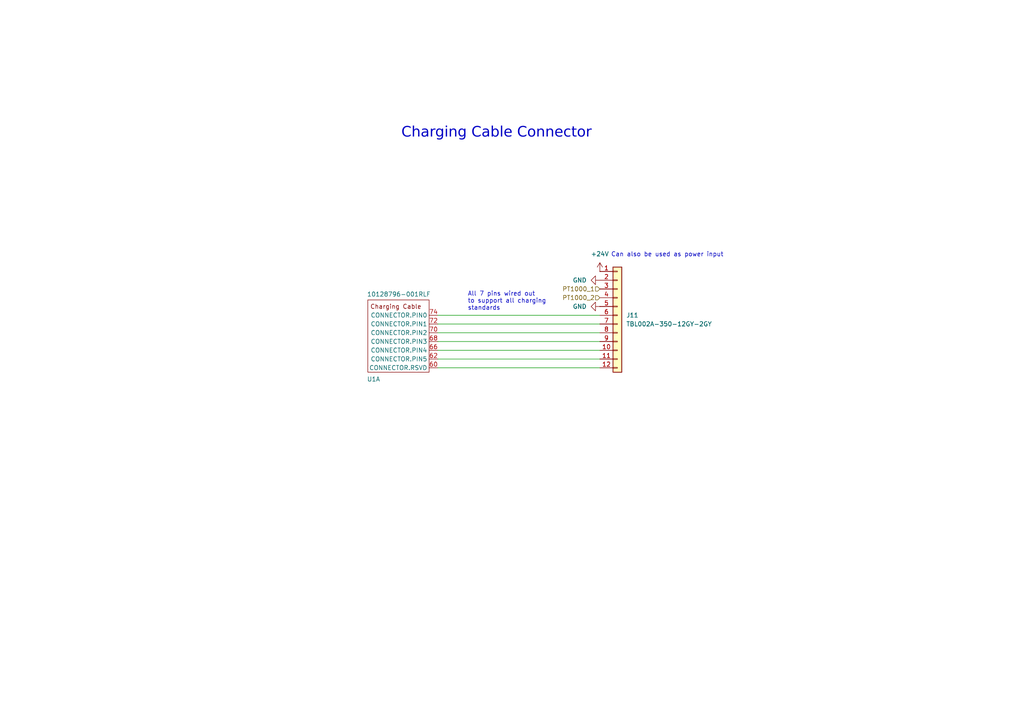
<source format=kicad_sch>
(kicad_sch (version 20250114) (generator "eeschema") (generator_version "9.0")
  (paper "A4")
  (title_block (title "ChargeBridge Eval Board") (date "2025-07-15") (rev "1.1") (company "Pionix GmbH") (comment 1 "Cornelius Claussen / Jonas Rockstroh") (comment 2 "License: CERN-OHL-P"))
  (lib_symbols
    (symbol "cb-eval-lib:Conn_01x12" (pin_names (offset 1.016) (hide yes))
      (property "Reference" "J" (at 0 15.24 0))
      (property "Value" "Conn_01x12" (at 0 -17.78 0))
      (symbol "Conn_01x12_1_1"
        (rectangle (start -1.27 13.97) (end 1.27 -16.51) (stroke (width 0.254)) (fill (type background)))
        (rectangle (start -1.27 12.827) (end 0 12.573) (stroke (width 0.1524)))
        (rectangle (start -1.27 10.287) (end 0 10.033) (stroke (width 0.1524)))
        (rectangle (start -1.27 7.747) (end 0 7.493) (stroke (width 0.1524)))
        (rectangle (start -1.27 5.207) (end 0 4.953) (stroke (width 0.1524)))
        (rectangle (start -1.27 2.667) (end 0 2.413) (stroke (width 0.1524)))
        (rectangle (start -1.27 0.127) (end 0 -0.127) (stroke (width 0.1524)))
        (rectangle (start -1.27 -2.413) (end 0 -2.667) (stroke (width 0.1524)))
        (rectangle (start -1.27 -4.953) (end 0 -5.207) (stroke (width 0.1524)))
        (rectangle (start -1.27 -7.493) (end 0 -7.747) (stroke (width 0.1524)))
        (rectangle (start -1.27 -10.033) (end 0 -10.287) (stroke (width 0.1524)))
        (rectangle (start -1.27 -12.573) (end 0 -12.827) (stroke (width 0.1524)))
        (rectangle (start -1.27 -15.113) (end 0 -15.367) (stroke (width 0.1524)))
        (pin passive line (at -5.08 12.7 0) (length 3.81) (name "Pin_1") (number "1"))
        (pin passive line (at -5.08 10.16 0) (length 3.81) (name "Pin_2") (number "2"))
        (pin passive line (at -5.08 7.62 0) (length 3.81) (name "Pin_3") (number "3"))
        (pin passive line (at -5.08 5.08 0) (length 3.81) (name "Pin_4") (number "4"))
        (pin passive line (at -5.08 2.54 0) (length 3.81) (name "Pin_5") (number "5"))
        (pin passive line (at -5.08 0 0) (length 3.81) (name "Pin_6") (number "6"))
        (pin passive line (at -5.08 -2.54 0) (length 3.81) (name "Pin_7") (number "7"))
        (pin passive line (at -5.08 -5.08 0) (length 3.81) (name "Pin_8") (number "8"))
        (pin passive line (at -5.08 -7.62 0) (length 3.81) (name "Pin_9") (number "9"))
        (pin passive line (at -5.08 -10.16 0) (length 3.81) (name "Pin_10") (number "10"))
        (pin passive line (at -5.08 -12.7 0) (length 3.81) (name "Pin_11") (number "11"))
        (pin passive line (at -5.08 -15.24 0) (length 3.81) (name "Pin_12") (number "12"))
      )
    )
    (symbol "cb-eval-lib:Pionix-SOM"
      (property "Reference" "U" (at -6.858 -14.732 0))
      (symbol "Pionix-SOM_1_1"
        (rectangle (start -10.16 10.795) (end 7.62 -10.16))
        (text "Charging Cable" (at -2.032 8.89 0) (effects (font (size 1.27 1.27))))
        (pin passive line (at 10.16 6.35 180) (length 2.54) (name "CONNECTOR.PIN0") (number "74"))
        (pin passive line (at 10.16 3.81 180) (length 2.54) (name "CONNECTOR.PIN1") (number "72"))
        (pin passive line (at 10.16 1.27 180) (length 2.54) (name "CONNECTOR.PIN2") (number "70"))
        (pin passive line (at 10.16 -1.27 180) (length 2.54) (name "CONNECTOR.PIN3") (number "68"))
        (pin passive line (at 10.16 -3.81 180) (length 2.54) (name "CONNECTOR.PIN4") (number "66"))
        (pin passive line (at 10.16 -6.35 180) (length 2.54) (name "CONNECTOR.PIN5") (number "62"))
        (pin passive line (at 10.16 -8.89 180) (length 2.54) (name "CONNECTOR.RSVD") (number "60"))
      )
      (symbol "Pionix-SOM_2_1"
        (rectangle (start -10.16 7.62) (end 13.97 -6.35))
        (pin power_in line (at -7.62 -8.89 90) (length 2.54) (name "GND") (number "6"))
        (pin power_in line (at -5.08 10.16 270) (length 2.54) (name "VDD3v3") (number "11"))
        (pin power_in line (at -5.08 -8.89 90) (length 2.54) (name "GND") (number "24"))
        (pin power_in line (at -2.54 10.16 270) (length 2.54) (name "VDD3v3") (number "40"))
        (pin power_in line (at -2.54 -8.89 90) (length 2.54) (name "GND") (number "34"))
        (pin power_in line (at 0 10.16 270) (length 2.54) (name "VDD3v3") (number "46"))
        (pin power_in line (at 0 -8.89 90) (length 2.54) (name "GND") (number "50"))
        (pin power_in line (at 2.54 10.16 270) (length 2.54) (name "VDD3v3") (number "48"))
        (pin power_in line (at 2.54 -8.89 90) (length 2.54) (name "GND") (number "52"))
        (pin power_in line (at 5.08 10.16 270) (length 2.54) (name "VDD3v3") (number "61"))
        (pin power_in line (at 5.08 -8.89 90) (length 2.54) (name "GND") (number "64"))
        (pin power_in line (at 7.62 -8.89 90) (length 2.54) (name "GND") (number "75"))
        (pin passive line (at 10.16 -10.16 90) (length 3.81) (name "SH1") (number "SH1"))
        (pin passive line (at 12.7 -10.16 90) (length 3.81) (name "SH2") (number "SH2"))
      )
      (symbol "Pionix-SOM_3_1"
        (rectangle (start 6.35 11.43) (end -6.35 -11.43))
        (pin bidirectional line (at 8.89 10.16 180) (length 2.54) (name "USER_GPIO0") (number "59"))
        (pin bidirectional line (at 8.89 7.62 180) (length 2.54) (name "USER_GPIO1") (number "57"))
        (pin bidirectional line (at 8.89 5.08 180) (length 2.54) (name "USER_GPIO2") (number "55"))
        (pin bidirectional line (at 8.89 2.54 180) (length 2.54) (name "USER_GPIO3") (number "53"))
        (pin bidirectional line (at 8.89 0 180) (length 2.54) (name "USER_GPIO4") (number "49"))
        (pin bidirectional line (at 8.89 -2.54 180) (length 2.54) (name "USER_GPIO5") (number "51"))
        (pin bidirectional line (at 8.89 -5.08 180) (length 2.54) (name "USER_GPIO6") (number "58"))
        (pin bidirectional line (at 8.89 -7.62 180) (length 2.54) (name "USER_GPIO7") (number "56"))
        (pin bidirectional line (at 8.89 -10.16 180) (length 2.54) (name "USER_GPIO8") (number "54"))
      )
      (symbol "Pionix-SOM_4_1"
        (rectangle (start -6.35 8.89) (end 6.35 -9.525))
        (text "ADC" (at -3.556 7.366 0) (effects (font (size 1.27 1.27))))
        (pin input line (at 8.89 3.81 180) (length 2.54) (name "EXT_ADC0_P") (number "67"))
        (pin input line (at 8.89 1.27 180) (length 2.54) (name "EXT_ADC0_N") (number "69"))
        (pin input line (at 8.89 -2.54 180) (length 2.54) (name "EXT_ADC1") (number "71"))
        (pin input line (at 8.89 -5.08 180) (length 2.54) (name "EXT_ADC2") (number "44"))
        (pin input line (at 8.89 -7.62 180) (length 2.54) (name "EXT_ADC3") (number "73"))
      )
      (symbol "Pionix-SOM_5_1"
        (rectangle (start -10.795 8.89) (end 7.62 -8.255))
        (pin input line (at 10.16 7.62 180) (length 2.54) (name "RESET") (number "42"))
        (pin passive line (at 10.16 5.08 180) (length 2.54) (name "RESERVED/SWCLK") (number "1"))
        (pin passive line (at 10.16 2.54 180) (length 2.54) (name "RESERVED/SWDIO") (number "5"))
        (pin output line (at 10.16 0 180) (length 2.54) (name "UART2_TX") (number "63"))
        (pin input line (at 10.16 -2.54 180) (length 2.54) (name "UART2_RX") (number "65"))
        (pin input line (at 10.16 -6.35 180) (length 2.54) (name "SECURE_MODULE") (number "30"))
      )
      (symbol "Pionix-SOM_6_1"
        (rectangle (start -10.16 13.97) (end 6.35 -14.605))
        (text "Host interface" (at -1.27 12.446 0) (effects (font (size 1.27 1.27))))
        (pin passive line (at 8.89 9.525 180) (length 2.54) (name "USB.D+") (number "7"))
        (pin passive line (at 8.89 6.985 180) (length 2.54) (name "USB.D-") (number "9"))
        (pin passive line (at 8.89 1.905 180) (length 2.54) (name "ETH.RXP") (number "28"))
        (pin passive line (at 8.89 -0.635 180) (length 2.54) (name "ETH.RXN") (number "26"))
        (pin passive line (at 8.89 -4.445 180) (length 2.54) (name "ETH.TXP") (number "22"))
        (pin passive line (at 8.89 -6.985 180) (length 2.54) (name "ETH.TXN") (number "20"))
        (pin output line (at 8.89 -10.795 180) (length 2.54) (name "ETH.LED1") (number "32"))
      )
      (symbol "Pionix-SOM_7_1"
        (rectangle (start -11.43 19.05) (end 10.16 -14.605))
        (text "Downstream Comms" (at -0.508 17.526 0) (effects (font (size 1.27 1.27))))
        (pin bidirectional line (at 12.7 13.97 180) (length 2.54) (name "I3C.SDA") (number "8"))
        (pin output line (at 12.7 11.43 180) (length 2.54) (name "I3C.SCL") (number "10"))
        (pin input line (at 12.7 7.62 180) (length 2.54) (name "RS585_2_RX") (number "33"))
        (pin output line (at 12.7 5.08 180) (length 2.54) (name "RS585_2_TX") (number "31"))
        (pin output line (at 12.7 2.54 180) (length 2.54) (name "RS485_2_TXEN") (number "45"))
        (pin bidirectional line (at 12.7 -2.54 180) (length 2.54) (name "CAN.HI") (number "4"))
        (pin bidirectional line (at 12.7 -5.08 180) (length 2.54) (name "CAN.LO") (number "2"))
        (pin bidirectional line (at 12.7 -10.16 180) (length 2.54) (name "RS485.A") (number "36"))
        (pin bidirectional line (at 12.7 -12.7 180) (length 2.54) (name "RS485.B") (number "38"))
      )
      (symbol "Pionix-SOM_8_1"
        (rectangle (start -10.16 12.7) (end 8.89 -10.795))
        (text "Relays control" (at 0 11.43 0) (effects (font (size 1.27 1.27))))
        (pin output line (at 11.43 8.89 180) (length 2.54) (name "RELAY3") (number "3"))
        (pin input line (at 11.43 6.35 180) (length 2.54) (name "RELAY3_FB") (number "25"))
        (pin output line (at 11.43 1.27 180) (length 2.54) (name "RELAY2") (number "27"))
        (pin input line (at 11.43 -1.27 180) (length 2.54) (name "RELAY2_FB") (number "21"))
        (pin output line (at 11.43 -6.35 180) (length 2.54) (name "RELAY1") (number "29"))
        (pin input line (at 11.43 -8.89 180) (length 2.54) (name "RELAY1_FB") (number "23"))
      )
      (symbol "Pionix-SOM_9_1"
        (rectangle (start 10.16 11.43) (end -12.7 -8.89))
        (text "USER INTERFACE" (at 1.27 10.16 0) (effects (font (size 1.27 1.27))))
        (pin input line (at 12.7 7.62 180) (length 2.54) (name "STOP_CHARGING") (number "47"))
        (pin input line (at 12.7 5.08 180) (length 2.54) (name "EMERGENCY_SHDN_IN") (number "43"))
        (pin output line (at 12.7 2.54 180) (length 2.54) (name "EMERGENCY_SHDN_OUT") (number "41"))
        (pin output line (at 12.7 -2.54 180) (length 2.54) (name "LED.R") (number "39"))
        (pin output line (at 12.7 -5.08 180) (length 2.54) (name "LED.G") (number "37"))
        (pin output line (at 12.7 -7.62 180) (length 2.54) (name "LED.B") (number "35"))
      )
    )
    (symbol "power:+24V" (power) (pin_numbers (hide yes)) (pin_names (offset 0) (hide yes))
      (property "Value" "+24V" (at 0 3.556 0))
      (symbol "+24V_0_1"
        (polyline (pts (xy -0.762 1.27) (xy 0 2.54)))
        (polyline (pts (xy 0 2.54) (xy 0.762 1.27)))
        (polyline (pts (xy 0 0) (xy 0 2.54)))
      )
      (symbol "+24V_1_1"
        (pin power_in line (at 0 0 90) (length 0) (name "~") (number "1"))
      )
    )
    (symbol "power:GND" (power) (pin_numbers (hide yes)) (pin_names (offset 0) (hide yes))
      (property "Value" "GND" (at 0 -3.81 0))
      (symbol "GND_0_1"
        (polyline (pts (xy 0 0) (xy 0 -1.27) (xy 1.27 -1.27) (xy 0 -2.54) (xy -1.27 -1.27) (xy 0 -1.27)))
      )
      (symbol "GND_1_1"
        (pin power_in line (at 0 0 270) (length 0) (name "~") (number "1"))
      )
    )
  )
  (text "Charging Cable Connector" (at 144.018 39.37 0) (effects (font (size 3 3) (thickness 0.375))))
  (text "Can also be used as power input" (at 193.548 73.914 0) (effects (font (size 1.27 1.27))))
  (text "All 7 pins wired out\nto support all charging\nstandards" (at 135.636 87.376 0) (effects (font (size 1.27 1.27)) (justify left)))
  (wire (pts (xy 127 101.6) (xy 173.99 101.6)))
  (wire (pts (xy 127 91.44) (xy 173.99 91.44)))
  (wire (pts (xy 127 106.68) (xy 173.99 106.68)))
  (wire (pts (xy 127 96.52) (xy 173.99 96.52)))
  (wire (pts (xy 127 99.06) (xy 173.99 99.06)))
  (wire (pts (xy 127 104.14) (xy 173.99 104.14)))
  (wire (pts (xy 127 93.98) (xy 173.99 93.98)))
  (hierarchical_label "PT1000_2" (shape input) (at 173.99 86.36 180))
  (hierarchical_label "PT1000_1" (shape input) (at 173.99 83.82 180))
  (symbol (lib_id "power:+24V") (at 173.99 78.74 0) (unit 1)
    (property "Reference" "#PWR064" (effects (hide yes)))
    (property "Value" "+24V" (at 173.99 73.66 0))
    (property "Description" "Power symbol creates a global label with name \"+24V\"" (effects (hide yes)))
  )
  (symbol (lib_id "cb-eval-lib:Conn_01x12") (at 179.07 91.44 0) (unit 1)
    (property "Reference" "J11" (at 181.61 91.4399 0) (effects (justify left)))
    (property "Value" "TBL002A-350-12GY-2GY" (at 181.61 93.9799 0) (effects (justify left)))
    (property "Footprint" "cb-eval-lib:CUI_TBL002A-350-12GY-2GY" (effects (hide yes)))
    (property "Description" "Generic connector, single row, 01x12, script generated (kicad-library-utils/schlib/autogen/connector/)" (effects (hide yes)))
    (property "MPN" "TBL002A-350-12GY-2GY" (effects (hide yes)))
    (property "Manufacturer" "Same Sky (Formerly CUI Devices)" (effects (hide yes)))
    (property "Digikey" "102-6375-ND" (effects (hide yes)))
  )
  (symbol (lib_id "power:GND") (at 173.99 81.28 270) (unit 1)
    (property "Reference" "#PWR065" (effects (hide yes)))
    (property "Value" "GND" (at 170.18 81.2799 90) (effects (justify right)))
    (property "Description" "Power symbol creates a global label with name \"GND\" , ground" (effects (hide yes)))
  )
  (symbol (lib_id "power:GND") (at 173.99 88.9 270) (unit 1)
    (property "Reference" "#PWR066" (effects (hide yes)))
    (property "Value" "GND" (at 170.18 88.8999 90) (effects (justify right)))
    (property "Description" "Power symbol creates a global label with name \"GND\" , ground" (effects (hide yes)))
  )
  (symbol (lib_id "cb-eval-lib:Pionix-SOM") (at 116.84 97.79 0) (unit 1)
    (property "Reference" "U1" (at 106.426 109.982 0) (effects (justify left)))
    (property "Value" "10128796-001RLF" (at 106.426 85.344 0) (effects (justify left)))
    (property "Footprint" "cb-eval-lib:AMPHENOL_10128796-001RLF_ChargeBridge_Wurth_standoff" (effects (hide yes)))
    (property "Description" "Pionix Charging SOM" (effects (hide yes)))
    (property "MPN" "10128796-001RLF" (effects (hide yes)))
    (property "Manufacturer" "Amphenol ICC (FCI)" (effects (hide yes)))
  )
)
</source>
